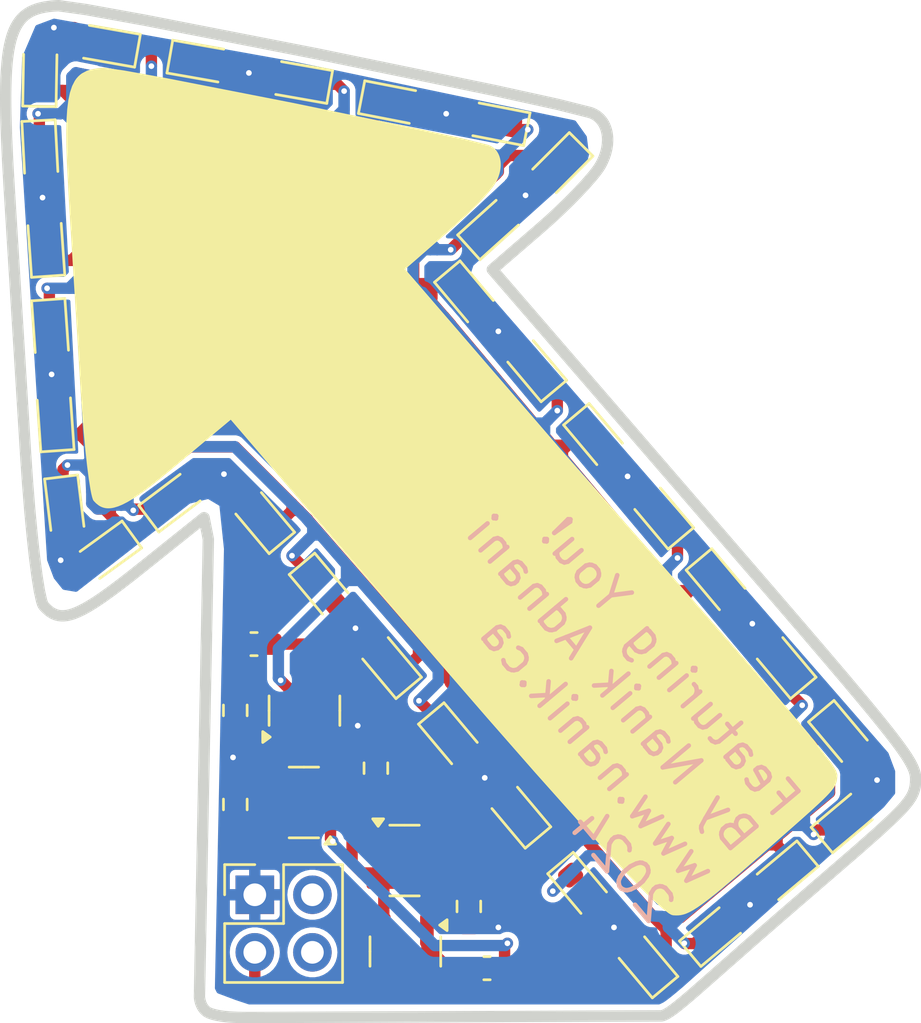
<source format=kicad_pcb>
(kicad_pcb (version 20240108) (generator "pcbnew") (generator_version "8.0")
  (layers (0 "F.Cu" signal) (31 "B.Cu" signal) (34 "B.Paste" user) (35 "F.Paste" user) (36 "B.SilkS" user "B.Silkscreen") (37 "F.SilkS" user "F.Silkscreen") (38 "B.Mask" user) (39 "F.Mask" user) (44 "Edge.Cuts" user))
  (net 0 "")
  (net 1 "Net-(Q1-C)")
  (net 2 "Net-(Q2-B)")
  (net 3 "Net-(Q1-B)")
  (net 4 "Net-(Q2-C)")
  (net 5 "LEDn_out")
  (net 6 "LEDp_out")
  (net 8 "GND")
  (net 9 "+3.3V")
  (footprint "Capacitor_SMD:C_0603_1608Metric" (layer "F.Cu") (at 147.5 117.4)
    (property "Reference" "C2" (hide yes))
    (property "Value" "10u" (hide yes))
  )
  (footprint "Diode_SMD:D_0603_1608Metric" (layer "F.Cu") (at 128.454933 93.085581 94)
    (property "Reference" "D11" (hide yes))
    (property "Value" "LED" (hide yes))
  )
  (footprint "Package_TO_SOT_SMD:SOT-23" (layer "F.Cu") (at 139.425 110.0875 180)
    (property "Reference" "Q1" (hide yes))
    (property "Value" "MMBT3904" (hide yes))
  )
  (footprint "Diode_SMD:D_0603_1608Metric" (layer "F.Cu") (at 139.1 78.263252 170)
    (property "Reference" "D18" (hide yes))
    (property "Value" "LED" (hide yes))
  )
  (footprint "Diode_SMD:D_0603_1608Metric" (layer "F.Cu") (at 155.093805 97.296741 130)
    (property "Reference" "D26" (hide yes))
    (property "Value" "LED" (hide yes))
  )
  (footprint "Diode_SMD:D_0603_1608Metric" (layer "F.Cu") (at 143.093805 103.89674 130)
    (property "Reference" "D5" (hide yes))
    (property "Value" "LED" (hide yes))
  )
  (footprint "Diode_SMD:D_0603_1608Metric" (layer "F.Cu") (at 128.254933 89.385581 -86)
    (property "Reference" "D12" (hide yes))
    (property "Value" "LED" (hide yes))
  )
  (footprint "Diode_SMD:D_0603_1608Metric" (layer "F.Cu") (at 163.403259 110.793805 40)
    (property "Reference" "D30" (hide yes))
    (property "Value" "LED" (hide yes))
  )
  (footprint "Diode_SMD:D_0603_1608Metric" (layer "F.Cu") (at 134.975536 77.436748 -10)
    (property "Reference" "D17" (hide yes))
    (property "Value" "LED" (hide yes))
  )
  (footprint "Resistor_SMD:R_0603_1608Metric" (layer "F.Cu") (at 146.7 114.675 90)
    (property "Reference" "R1" (hide yes))
    (property "Value" "R" (hide yes))
  )
  (footprint "Diode_SMD:D_0603_1608Metric" (layer "F.Cu") (at 150.6 82.1 -135)
    (property "Reference" "D21" (hide yes))
    (property "Value" "LED" (hide yes))
  )
  (footprint "Diode_SMD:D_0603_1608Metric" (layer "F.Cu") (at 130.6371 99.137118 -144)
    (property "Reference" "D9" (hide yes))
    (property "Value" "LED" (hide yes))
  )
  (footprint "Diode_SMD:D_0603_1608Metric" (layer "F.Cu") (at 163.193805 107.196741 -50)
    (property "Reference" "D29" (hide yes))
    (property "Value" "LED" (hide yes))
  )
  (footprint "Package_TO_SOT_SMD:SOT-23" (layer "F.Cu") (at 143.9 116.6625 -90)
    (property "Reference" "Q4" (hide yes))
    (property "Value" "MMBT3904" (hide yes))
  )
  (footprint "Diode_SMD:D_0603_1608Metric" (layer "F.Cu") (at 127.786255 77.88738 89)
    (property "Reference" "D15" (hide yes))
    (property "Value" "LED" (hide yes))
  )
  (footprint "Diode_SMD:D_0603_1608Metric" (layer "F.Cu") (at 157.596741 115.806195 40)
    (property "Reference" "D32" (hide yes))
    (property "Value" "LED" (hide yes))
  )
  (footprint "Diode_SMD:D_0603_1608Metric" (layer "F.Cu") (at 143.426969 79.249738 -11)
    (property "Reference" "D19" (hide yes))
    (property "Value" "LED" (hide yes))
  )
  (footprint "Diode_SMD:D_0603_1608Metric" (layer "F.Cu") (at 133.771076 96.67393 37)
    (property "Reference" "D8" (hide yes))
    (property "Value" "LED" (hide yes))
  )
  (footprint "Diode_SMD:D_0603_1608Metric" (layer "F.Cu") (at 137.5 97.5 130)
    (property "Reference" "D7" (hide yes))
    (property "Value" "LED" (hide yes))
  )
  (footprint "Package_TO_SOT_SMD:SOT-23" (layer "F.Cu") (at 139.45 106.0375 90)
    (property "Reference" "Q3" (hide yes))
    (property "Value" "MMBT3904" (hide yes))
  )
  (footprint "Resistor_SMD:R_0603_1608Metric" (layer "F.Cu") (at 136.4 110.175 -90)
    (property "Reference" "R2" (hide yes))
    (property "Value" "150k" (hide yes))
  )
  (footprint "Diode_SMD:D_0603_1608Metric" (layer "F.Cu") (at 128.045067 85.385581 94)
    (property "Reference" "D13" (hide yes))
    (property "Value" "LED" (hide yes))
  )
  (footprint "Resistor_SMD:R_0603_1608Metric" (layer "F.Cu") (at 142.6 108.575 -90)
    (property "Reference" "R3" (hide yes))
    (property "Value" "150k" (hide yes))
  )
  (footprint "Diode_SMD:D_0603_1608Metric" (layer "F.Cu") (at 147.8 84.6 42)
    (property "Reference" "D22" (hide yes))
    (property "Value" "LED" (hide yes))
  )
  (footprint "Resistor_SMD:R_0603_1608Metric" (layer "F.Cu") (at 136.4 106.025 90)
    (property "Reference" "R4" (hide yes))
    (property "Value" "R" (hide yes))
  )
  (footprint "Diode_SMD:D_0603_1608Metric" (layer "F.Cu") (at 147.8 80.1 169)
    (property "Reference" "D20" (hide yes))
    (property "Value" "LED" (hide yes))
  )
  (footprint "Capacitor_SMD:C_0603_1608Metric" (layer "F.Cu") (at 137.225 103.1 180)
    (property "Reference" "C1" (hide yes))
    (property "Value" "10u" (hide yes))
  )
  (footprint "Diode_SMD:D_0603_1608Metric" (layer "F.Cu") (at 152.393805 94.096741 -50)
    (property "Reference" "D25" (hide yes))
    (property "Value" "LED" (hide yes))
  )
  (footprint "Diode_SMD:D_0603_1608Metric" (layer "F.Cu") (at 130.624463 76.663252 170)
    (property "Reference" "D16" (hide yes))
    (property "Value" "LED" (hide yes))
  )
  (footprint "Diode_SMD:D_0603_1608Metric" (layer "F.Cu") (at 146.7 87.8 -50)
    (property "Reference" "D23" (hide yes))
    (property "Value" "LED" (hide yes))
  )
  (footprint "Diode_SMD:D_0603_1608Metric" (layer "F.Cu") (at 149.493805 90.796741 130)
    (property "Reference" "D24" (hide yes))
    (property "Value" "LED" (hide yes))
  )
  (footprint "Diode_SMD:D_0603_1608Metric" (layer "F.Cu") (at 148.793805 110.49674 130)
    (property "Reference" "D3" (hide yes))
    (property "Value" "LED" (hide yes))
  )
  (footprint "Diode_SMD:D_0603_1608Metric" (layer "F.Cu") (at 128.9 97.2 -83)
    (property "Reference" "D10" (hide yes))
    (property "Value" "LED" (hide yes))
  )
  (footprint "Package_TO_SOT_SMD:SOT-23" (layer "F.Cu") (at 143.8625 112.65)
    (property "Reference" "Q2" (hide yes))
    (property "Value" "MMBT3904" (hide yes))
  )
  (footprint "Diode_SMD:D_0603_1608Metric" (layer "F.Cu") (at 140.293805 100.69674 -50)
    (property "Reference" "D6" (hide yes))
    (property "Value" "LED" (hide yes))
  )
  (footprint "Diode_SMD:D_0603_1608Metric" (layer "F.Cu") (at 160.5 113.3 -140)
    (property "Reference" "D31" (hide yes))
    (property "Value" "LED" (hide yes))
  )
  (footprint "Diode_SMD:D_0603_1608Metric" (layer "F.Cu") (at 127.8 81.48642 -87)
    (property "Reference" "D14" (hide yes))
    (property "Value" "LED" (hide yes))
  )
  (footprint "Connector_PinHeader_2.54mm:PinHeader_2x02_P2.54mm_Vertical" (layer "F.Cu") (at 137.26 114.16)
    (property "Reference" "J1" (hide yes))
    (property "Value" "Conn_02x02_Counter_Clockwise_MountingPin" (hide yes))
  )
  (footprint "Diode_SMD:D_0603_1608Metric" (layer "F.Cu") (at 154.4 117.1 130)
    (property "Reference" "D1" (hide yes))
    (property "Value" "LED" (hide yes))
  )
  (footprint "Diode_SMD:D_0603_1608Metric" (layer "F.Cu") (at 157.8 100.5 -50)
    (property "Reference" "D27" (hide yes))
    (property "Value" "LED" (hide yes))
  )
  (footprint "Diode_SMD:D_0603_1608Metric" (layer "F.Cu") (at 151.693805 113.89674 -50)
    (property "Reference" "D2" (hide yes))
    (property "Value" "LED" (hide yes))
  )
  (footprint "Diode_SMD:D_0603_1608Metric" (layer "F.Cu") (at 145.993805 107.29674 -50)
    (property "Reference" "D4" (hide yes))
    (property "Value" "LED" (hide yes))
  )
  (footprint "Diode_SMD:D_0603_1608Metric" (layer "F.Cu") (at 160.493805 103.896741 130)
    (property "Reference" "D28" (hide yes))
    (property "Value" "LED" (hide yes))
  )
  (gr_poly (pts (xy 131.490045 77.790545) (xy 133.380089 78.132904) (xy 138.896757 79.212236) (xy 144.509894 80.371422) (xy 146.520525 80.813599) (xy 147.556736 81.074905) (xy 147.609835 81.095027) (xy 147.660368 81.118434) (xy 147.708314 81.145007) (xy 147.75365 81.174627) (xy 147.796353 81.207177) (xy 147.836402 81.242536) (xy 147.873773 81.280587) (xy 147.908446 81.32121) (xy 147.940397 81.364287) (xy 147.969605 81.4097) (xy 147.996046 81.457329) (xy 148.019699 81.507055) (xy 148.040541 81.558761) (xy 148.058551 81.612327) (xy 148.073705 81.667635) (xy 148.085982 81.724565) (xy 148.095359 81.783) (xy 148.101814 81.84282) (xy 148.105325 81.903907) (xy 148.105869 81.966142) (xy 148.103424 82.029406) (xy 148.097968 82.093581) (xy 148.089479 82.158548) (xy 148.077933 82.224188) (xy 148.06331 82.290383) (xy 148.045587 82.357013) (xy 148.02474 82.423961) (xy 148.000749 82.491106) (xy 147.973591 82.558332) (xy 147.943243 82.625518) (xy 147.909684 82.692546) (xy 147.87289 82.759298) (xy 147.824664 82.836002) (xy 147.762304 82.92392) (xy 147.686791 83.022027) (xy 147.59911 83.129299) (xy 147.500243 83.24471) (xy 147.391173 83.367236) (xy 147.272884 83.495852) (xy 147.146357 83.629533) (xy 146.872526 83.907989) (xy 146.577543 84.194406) (xy 146.269273 84.480584) (xy 146.112613 84.621022) (xy 145.955579 84.758325) (xy 143.891054 86.558872) (xy 150.651556 94.392788) (xy 159.277232 104.234675) (xy 160.80961 106.006332) (xy 161.972924 107.403523) (xy 162.707453 108.37678) (xy 162.89526 108.688974) (xy 162.953474 108.876632) (xy 162.94459 108.988789) (xy 162.939134 109.04058) (xy 162.932179 109.090396) (xy 162.923107 109.138897) (xy 162.9113 109.186746) (xy 162.89614 109.234605) (xy 162.877011 109.283134) (xy 162.853293 109.332996) (xy 162.82437 109.384852) (xy 162.789623 109.439364) (xy 162.748436 109.497193) (xy 162.70019 109.559002) (xy 162.644267 109.625452) (xy 162.580051 109.697204) (xy 162.506922 109.774921) (xy 162.424265 109.859263) (xy 162.33146 109.950893) (xy 162.22789 110.050473) (xy 162.112937 110.158663) (xy 161.846414 110.403523) (xy 161.526948 110.690768) (xy 161.149598 111.025689) (xy 160.709423 111.413581) (xy 159.620828 112.369449) (xy 158.617844 113.242876) (xy 157.833023 113.907593) (xy 157.511229 114.170346) (xy 157.230543 114.391314) (xy 156.986488 114.573962) (xy 156.774586 114.721754) (xy 156.590359 114.838153) (xy 156.42933 114.926624) (xy 156.287021 114.990632) (xy 156.158955 115.033639) (xy 156.040654 115.059111) (xy 155.927642 115.070512) (xy 155.815439 115.071306) (xy 155.699569 115.064956) (xy 155.623266 115.041742) (xy 155.518191 114.981821) (xy 155.224833 114.755748) (xy 154.8257 114.394526) (xy 154.326999 113.905944) (xy 153.734936 113.297791) (xy 153.055717 112.577854) (xy 151.460635 110.833785) (xy 149.5914 108.736045) (xy 147.497662 106.346943) (xy 145.229067 103.728787) (xy 142.835266 100.943884) (xy 136.2 93.2) (xy 133.410874 95.534208) (xy 133.051711 95.830224) (xy 132.720932 96.093022) (xy 132.416895 96.323481) (xy 132.13796 96.522481) (xy 131.882483 96.690901) (xy 131.648824 96.829621) (xy 131.435341 96.939519) (xy 131.240391 97.021475) (xy 131.062333 97.076369) (xy 130.979126 97.093942) (xy 130.899526 97.105079) (xy 130.823328 97.10989) (xy 130.750327 97.108485) (xy 130.680317 97.100974) (xy 130.613095 97.087467) (xy 130.548453 97.068073) (xy 130.486187 97.042903) (xy 130.426093 97.012066) (xy 130.367964 96.975673) (xy 130.256781 96.886657) (xy 130.150999 96.776733) (xy 130.135697 96.753583) (xy 130.119869 96.719164) (xy 130.08678 96.617744) (xy 130.052023 96.474938) (xy 130.01589 96.293207) (xy 129.940667 95.822826) (xy 129.863446 95.226304) (xy 129.786565 94.523344) (xy 129.712359 93.73365) (xy 129.643166 92.876925) (xy 129.581323 91.972873) (xy 129.0614 83.543351) (xy 128.973514 81.862085) (xy 128.951196 81.155653) (xy 128.945079 80.531974) (xy 128.956501 79.986009) (xy 128.986803 79.512722) (xy 129.037321 79.107076) (xy 129.109396 78.764034) (xy 129.204365 78.478558) (xy 129.323568 78.245612) (xy 129.392675 78.147264) (xy 129.468343 78.060159) (xy 129.550738 77.983668) (xy 129.640028 77.917161) (xy 129.839964 77.811581) (xy 130.069487 77.738383) (xy 130.329938 77.69253) (xy 130.622655 77.668984)) (stroke (width -0.000001)) (fill solid) (layer "F.SilkS"))
  (gr_poly (pts (xy 129.8 75.1) (xy 132.418594 75.574303) (xy 140.061757 77.069607) (xy 147.838574 78.675545) (xy 150.624237 79.288141) (xy 152.059872 79.650162) (xy 152.133438 79.67804) (xy 152.203448 79.71047) (xy 152.269871 79.747286) (xy 152.332676 79.788325) (xy 152.391833 79.833422) (xy 152.44731 79.882412) (xy 152.499078 79.935131) (xy 152.547105 79.991415) (xy 152.59136 80.051098) (xy 152.631813 80.114017) (xy 152.668434 80.180007) (xy 152.70119 80.248903) (xy 152.730052 80.320541) (xy 152.754989 80.394757) (xy 152.77597 80.471386) (xy 152.792964 80.550263) (xy 152.80594 80.631224) (xy 152.814868 80.714105) (xy 152.819718 80.798741) (xy 152.820457 80.884967) (xy 152.809483 81.061533) (xy 152.781702 81.242487) (xy 152.736865 81.426514) (xy 152.674729 81.612297) (xy 152.595046 81.798521) (xy 152.548548 81.891387) (xy 152.497571 81.983869) (xy 152.430758 82.090143) (xy 152.344366 82.211959) (xy 152.239756 82.347897) (xy 152.11829 82.496536) (xy 151.830233 82.826233) (xy 151.491086 83.189686) (xy 151.111738 83.575526) (xy 150.703082 83.972389) (xy 150.276006 84.368908) (xy 149.841403 84.753717) (xy 147.733521 86.572727) (xy 157.099873 97.426326) (xy 160.107912 100.915274) (xy 161.333865 102.342039) (xy 162.390909 103.57789) (xy 163.291399 104.638497) (xy 164.047685 105.539528) (xy 164.375613 105.9351) (xy 164.672122 106.296653) (xy 164.938756 106.626148) (xy 165.17706 106.925542) (xy 165.388578 107.196794) (xy 165.574854 107.441863) (xy 165.737432 107.662707) (xy 165.877856 107.861285) (xy 165.99767 108.039556) (xy 166.098418 108.199479) (xy 166.181644 108.343012) (xy 166.248893 108.472113) (xy 166.301708 108.588742) (xy 166.341634 108.694856) (xy 166.370214 108.792416) (xy 166.388992 108.883379) (xy 166.399514 108.969704) (xy 166.403322 109.053349) (xy 166.401961 109.136274) (xy 166.396975 109.220437) (xy 166.378969 109.38046) (xy 166.345269 109.534602) (xy 166.289916 109.689401) (xy 166.20695 109.851394) (xy 166.090411 110.027119) (xy 165.934338 110.223112) (xy 165.732772 110.445911) (xy 165.479752 110.702053) (xy 164.795513 111.340515) (xy 163.83394 112.190796) (xy 160.888072 114.736005) (xy 159.510294 115.93253) (xy 158.373725 116.930406) (xy 156.722852 118.384356) (xy 156.421297 118.644839) (xy 156.157872 118.867505) (xy 155.929409 119.054045) (xy 155.732743 119.206151) (xy 155.564705 119.325517) (xy 155.422127 119.413833) (xy 155.359397 119.446877) (xy 155.301844 119.472792) (xy 155.249072 119.491792) (xy 155.200686 119.504087) (xy 137.298446 119.57409) (xy 136.755341 119.573912) (xy 136.490407 119.568698) (xy 136.232368 119.557016) (xy 136.106516 119.548033) (xy 135.983085 119.536575) (xy 135.862309 119.522354) (xy 135.74442 119.505085) (xy 135.629651 119.484481) (xy 135.518234 119.460257) (xy 135.410403 119.432125) (xy 135.306389 119.3998) (xy 135.263901 119.383768) (xy 135.22395 119.365418) (xy 135.186457 119.344937) (xy 135.151345 119.322509) (xy 135.118536 119.298321) (xy 135.087952 119.272557) (xy 135.059515 119.245402) (xy 135.033147 119.217043) (xy 135.008771 119.187664) (xy 134.986308 119.15745) (xy 134.965681 119.126588) (xy 134.946811 119.095262) (xy 134.929621 119.063658) (xy 134.914034 119.03196) (xy 134.89997 119.000355) (xy 134.887352 118.969027) (xy 134.866143 118.907946) (xy 134.849784 118.850198) (xy 134.837651 118.797268) (xy 134.829122 118.750637) (xy 134.82038 118.682202) (xy 134.818574 118.656755) (xy 135.211518 98.474921) (xy 135.023507 97.52208) (xy 132.321863 99.684222) (xy 131.817599 100.084292) (xy 131.357632 100.440911) (xy 130.939062 100.755032) (xy 130.558985 101.02761) (xy 130.382476 101.148617) (xy 130.214502 101.259595) (xy 130.054702 101.360664) (xy 129.902711 101.451942) (xy 129.758168 101.533548) (xy 129.620711 101.605602) (xy 129.489975 101.668223) (xy 129.365599 101.72153) (xy 129.24722 101.765641) (xy 129.134475 101.800677) (xy 129.027002 101.826756) (xy 128.924438 101.843997) (xy 128.82642 101.852519) (xy 128.732586 101.852442) (xy 128.642573 101.843885) (xy 128.556017 101.826966) (xy 128.472558 101.801805) (xy 128.391831 101.768521) (xy 128.313475 101.727232) (xy 128.237126 101.678059) (xy 128.162422 101.621121) (xy 128.089 101.556535) (xy 128.016498 101.484422) (xy 127.944553 101.404901) (xy 127.901425 101.325136) (xy 127.855586 101.184612) (xy 127.75739 100.734938) (xy 127.653198 100.083186) (xy 127.546242 99.256662) (xy 127.439756 98.282673) (xy 127.336974 97.188525) (xy 127.241129 96.001525) (xy 127.155454 94.748979) (xy 126.435085 83.070108) (xy 126.364837 81.841139) (xy 126.313327 80.740782) (xy 126.282412 79.762057) (xy 126.275256 79.316125) (xy 126.273944 78.897984) (xy 126.278707 78.506762) (xy 126.289778 78.141586) (xy 126.307388 77.801583) (xy 126.331769 77.485881) (xy 126.363152 77.193608) (xy 126.40177 76.923892) (xy 126.447855 76.675859) (xy 126.501638 76.448638) (xy 126.56335 76.241356) (xy 126.633225 76.053141) (xy 126.711493 75.88312) (xy 126.798386 75.730421) (xy 126.894136 75.594172) (xy 126.998976 75.473499) (xy 127.113136 75.367532) (xy 127.236849 75.275396) (xy 127.370346 75.196221) (xy 127.513859 75.129133) (xy 127.667621 75.07326) (xy 127.831862 75.02773) (xy 128.006814 74.99167) (xy 128.19271 74.964208) (xy 128.389781 74.944472) (xy 128.598259 74.931588)) (stroke (width 0.499999)) (fill none) (layer "Edge.Cuts"))
  (gr_text "Featuring You!\nBy Nanik Adnani\nwww.nanik.ca\n2024" (at 154.7 115.7 310) (layer "B.SilkS") (effects (font (size 1.5 1.5) (thickness 0.2)) (justify left bottom mirror)))
  (segment (start 136.4 105.2) (end 136.4 103.15) (width 0.5) (layer "F.Cu") (net 1))
  (segment (start 136.4 103.15) (end 136.45 103.1) (width 0.5) (layer "F.Cu") (net 1))
  (segment (start 138.5 106.975) (end 138.5 110.075) (width 0.5) (layer "F.Cu") (net 1))
  (segment (start 136.4 105.2) (end 137.4 105.2) (width 0.5) (layer "F.Cu") (net 1))
  (segment (start 138.2 106) (end 138.2 106.675) (width 0.5) (layer "F.Cu") (net 1))
  (segment (start 138.2 106.675) (end 138.5 106.975) (width 0.5) (layer "F.Cu") (net 1))
  (segment (start 137.4 105.2) (end 138.2 106) (width 0.5) (layer "F.Cu") (net 1))
  (segment (start 138.5 110.075) (end 138.4875 110.0875) (width 0.5) (layer "F.Cu") (net 1))
  (segment (start 142.925 109.725) (end 142.6 109.4) (width 0.5) (layer "F.Cu") (net 2))
  (segment (start 142.925 111.7) (end 142.925 109.725) (width 0.5) (layer "F.Cu") (net 2))
  (segment (start 143.525 108.475) (end 143.525 106.825) (width 0.5) (layer "F.Cu") (net 2))
  (segment (start 139.8 103.1) (end 138 103.1) (width 0.5) (layer "F.Cu") (net 2))
  (segment (start 143.525 106.825) (end 139.8 103.1) (width 0.5) (layer "F.Cu") (net 2))
  (segment (start 142.6 109.4) (end 143.525 108.475) (width 0.5) (layer "F.Cu") (net 2))
  (segment (start 140.325 111) (end 140.3625 111.0375) (width 0.5) (layer "F.Cu") (net 3))
  (segment (start 148.274996 117.399999) (end 148.274996 116.425004) (width 0.5) (layer "F.Cu") (net 3))
  (segment (start 140.6 111.275) (end 140.6 111.7) (width 0.5) (layer "F.Cu") (net 3))
  (segment (start 136.4 111) (end 140.325 111) (width 0.5) (layer "F.Cu") (net 3))
  (segment (start 140.6 111.7) (end 140.7 111.8) (width 0.5) (layer "F.Cu") (net 3))
  (segment (start 148.274996 116.425004) (end 148.4 116.3) (width 0.5) (layer "F.Cu") (net 3))
  (segment (start 140.3625 111.0375) (end 140.6 111.275) (width 0.5) (layer "F.Cu") (net 3))
  (via (at 148.4 116.3) (size 0.35) (drill 0.25) (layers "F.Cu" "B.Cu") (net 3))
  (via (at 140.7 111.8) (size 0.35) (drill 0.25) (layers "F.Cu" "B.Cu") (net 3))
  (segment (start 140.7 111.8) (end 140.7 111.9) (width 0.5) (layer "B.Cu") (net 3))
  (segment (start 145.2 116.4) (end 148.3 116.4) (width 0.5) (layer "B.Cu") (net 3))
  (segment (start 148.3 116.4) (end 148.4 116.3) (width 0.5) (layer "B.Cu") (net 3))
  (segment (start 140.7 111.9) (end 145.2 116.4) (width 0.5) (layer "B.Cu") (net 3))
  (segment (start 146.25 113.4) (end 146.325 113.475) (width 0.5) (layer "F.Cu") (net 4))
  (segment (start 145.55 113.75) (end 146.075 113.225) (width 0.5) (layer "F.Cu") (net 4))
  (segment (start 145.55 113.75) (end 145.75 113.55) (width 0.5) (layer "F.Cu") (net 4))
  (segment (start 145.75 113.55) (end 145.9 113.4) (width 0.5) (layer "F.Cu") (net 4))
  (segment (start 145.75 112.9) (end 145.725 112.875) (width 0.5) (layer "F.Cu") (net 4))
  (segment (start 146.075 113.225) (end 146.325 113.475) (width 0.5) (layer "F.Cu") (net 4))
  (segment (start 144.85 116.45) (end 144.85 115.725) (width 0.5) (layer "F.Cu") (net 4))
  (segment (start 144.85 115.725) (end 144.85 114.45) (width 0.5) (layer "F.Cu") (net 4))
  (segment (start 144.85 114.45) (end 145.55 113.75) (width 0.5) (layer "F.Cu") (net 4))
  (segment (start 145.9 113.4) (end 146.25 113.4) (width 0.5) (layer "F.Cu") (net 4))
  (segment (start 146.725004 117.400001) (end 145.800001 117.400001) (width 0.5) (layer "F.Cu") (net 4))
  (segment (start 145.5 112.65) (end 145.725 112.875) (width 0.5) (layer "F.Cu") (net 4))
  (segment (start 145.800001 117.400001) (end 144.85 116.45) (width 0.5) (layer "F.Cu") (net 4))
  (segment (start 144.8 112.65) (end 145.5 112.65) (width 0.5) (layer "F.Cu") (net 4))
  (segment (start 145.725 112.875) (end 146.075 113.225) (width 0.5) (layer "F.Cu") (net 4))
  (segment (start 146.325 113.475) (end 146.7 113.85) (width 0.5) (layer "F.Cu") (net 4))
  (segment (start 145.75 113.55) (end 145.75 112.9) (width 0.5) (layer "F.Cu") (net 4))
  (segment (start 148.456849 81.543151) (end 148 82) (width 0.5) (layer "F.Cu") (net 5))
  (segment (start 156.645273 100.545273) (end 156.447178 100.743368) (width 0.5) (layer "F.Cu") (net 5))
  (segment (start 150.1 81) (end 149.556849 81.543151) (width 0.5) (layer "F.Cu") (net 5))
  (segment (start 160.266783 111.957329) (end 159.857329 111.957329) (width 0.5) (layer "F.Cu") (net 5))
  (segment (start 150.168166 110.231834) (end 150.568166 110.231834) (width 0.5) (layer "F.Cu") (net 5))
  (segment (start 161.103259 112.793805) (end 160.266783 111.957329) (width 0.5) (layer "F.Cu") (net 5))
  (segment (start 155.697807 115.162781) (end 155.4 115.141956) (width 0.5) (layer "F.Cu") (net 5))
  (segment (start 156.258513 101.341487) (end 161.322951 107.377049) (width 0.5) (layer "F.Cu") (net 5))
  (segment (start 129.222239 86.122239) (end 129.298162 86.122239) (width 0.5) (layer "F.Cu") (net 5))
  (segment (start 156.447178 100.743368) (end 155.756632 100.743368) (width 0.5) (layer "F.Cu") (net 5))
  (segment (start 155.4 115.8) (end 155.4 115.7) (width 0.5) (layer "F.Cu") (net 5))
  (segment (start 161.824833 107.456259) (end 161.824833 107.975167) (width 0.5) (layer "F.Cu") (net 5))
  (segment (start 131.2742 97.792943) (end 130.890628 97.409372) (width 0.5) (layer "F.Cu") (net 5))
  (segment (start 144.476187 103.223813) (end 139.583955 97.595943) (width 0.5) (layer "F.Cu") (net 5))
  (segment (start 138.006195 98.10326) (end 138.909455 97.2) (width 0.5) (layer "F.Cu") (net 5))
  (segment (start 130.1 96.9) (end 130.1 96.4) (width 0.5) (layer "F.Cu") (net 5))
  (segment (start 147.8 81.5) (end 148 81.7) (width 0.5) (layer "F.Cu") (net 5))
  (segment (start 129.471615 93.871162) (end 129.561106 93.871162) (width 0.5) (layer "F.Cu") (net 5))
  (segment (start 162.68761 106.593482) (end 162.140546 107.140546) (width 0.5) (layer "F.Cu") (net 5))
  (segment (start 150.372815 94.327185) (end 150.829071 94.870929) (width 0.5) (layer "F.Cu") (net 5))
  (segment (start 155.4 115.8) (end 155.4 115.141956) (width 0.5) (layer "F.Cu") (net 5))
  (segment (start 162.605336 108.905336) (end 162.605336 109.651478) (width 0.5) (layer "F.Cu") (net 5))
  (segment (start 134.4 94.4) (end 131.040684 96.840684) (width 0.5) (layer "F.Cu") (net 5))
  (segment (start 155.4 115.141956) (end 154.8 115.1) (width 0.5) (layer "F.Cu") (net 5))
  (segment (start 143.9 117.6) (end 144.9 118.6) (width 0.5) (layer "F.Cu") (net 5))
  (segment (start 147.8 81.5) (end 142.4 80.450346) (width 0.5) (layer "F.Cu") (net 5))
  (segment (start 156.645273 100.545273) (end 156.167262 101.023284) (width 0.5) (layer "F.Cu") (net 5))
  (segment (start 144.335073 87.196741) (end 144.265907 87.265907) (width 0.5) (layer "F.Cu") (net 5))
  (segment (start 142.653938 79.718656) (end 142.436297 79.936297) (width 0.5) (layer "F.Cu") (net 5))
  (segment (start 133.8 78.778673) (end 130.144496 78.068114) (width 0.5) (layer "F.Cu") (net 5))
  (segment (start 150.2 116.7) (end 149.3 115.8) (width 0.5) (layer "F.Cu") (net 5))
  (segment (start 161.103259 112.793805) (end 160.292325 111.982871) (width 0.5) (layer "F.Cu") (net 5))
  (segment (start 129 93.871162) (end 129.471615 93.871162) (width 0.5) (layer "F.Cu") (net 5))
  (segment (start 146.193805 87.196741) (end 145.070962 87.196741) (width 0.5) (layer "F.Cu") (net 5))
  (segment (start 129.044917 78.67476) (end 129.219677 78.5) (width 0.5) (layer "F.Cu") (net 5))
  (segment (start 130.1 96.4) (end 129.989944 94.3) (width 0.5) (layer "F.Cu") (net 5))
  (segment (start 161.824833 107.975167) (end 162.605336 108.905336) (width 0.5) (layer "F.Cu") (net 5))
  (segment (start 129.617103 77.94501) (end 130.182896 78.054989) (width 0.5) (layer "F.Cu") (net 5))
  (segment (start 128.1 86.171162) (end 129.173316 86.171162) (width 0.5) (layer "F.Cu") (net 5))
  (segment (start 138.006195 98.10326) (end 138.9 97.209455) (width 0.5) (layer "F.Cu") (net 5))
  (segment (start 129.219677 78.080323) (end 129.4 77.9) (width 0.5) (layer "F.Cu") (net 5))
  (segment (start 129.298162 86.122239) (end 129.575923 86.4) (width 0.5) (layer "F.Cu") (net 5))
  (segment (start 161.322951 107.377049) (end 161.687956 107.812044) (width 0.5) (layer "F.Cu") (net 5))
  (segment (start 142 80.372594) (end 136.903939 79.382019) (width 0.5) (layer "F.Cu") (net 5))
  (segment (start 136.4 94.4) (end 134.4 94.4) (width 0.5) (layer "F.Cu") (net 5))
  (segment (start 150.829071 94.552021) (end 150.829071 94.870929) (width 0.5) (layer "F.Cu") (net 5))
  (segment (start 130.890628 97.409372) (end 130.890628 96.99074) (width 0.5) (layer "F.Cu") (net 5))
  (segment (start 134.2 78.378673) (end 134.2 78.775863) (width 0.5) (layer "F.Cu") (net 5))
  (segment (start 151.219217 111.080783) (end 151.219217 110.980783) (width 0.5) (layer "F.Cu") (net 5))
  (segment (start 151.340546 94.040546) (end 151.053907 94.327185) (width 0.5) (layer "F.Cu") (net 5))
  (segment (start 127.77251 78.67476) (end 129.044917 78.67476) (width 0.5) (layer "F.Cu") (net 5))
  (segment (start 156.167262 101.232738) (end 156.258513 101.341487) (width 0.5) (layer "F.Cu") (net 5))
  (segment (start 136.903939 79.382019) (end 134.3 78.875863) (width 0.5) (layer "F.Cu") (net 5))
  (segment (start 150.829071 94.870929) (end 155.756632 100.743368) (width 0.5) (layer "F.Cu") (net 5))
  (segment (start 144.476187 103.623813) (end 144.476187 103.223813) (width 0.5) (layer "F.Cu") (net 5))
  (segment (start 142.4 80.450346) (end 142 80.372594) (width 0.5) (layer "F.Cu") (net 5))
  (segment (start 161.904043 107.377049) (end 161.322951 107.377049) (width 0.5) (layer "F.Cu") (net 5))
  (segment (start 144.58727 87.58727) (end 144.265907 87.265907) (width 0.5) (layer "F.Cu") (net 5))
  (segment (start 139.2 97.2) (end 138.9 96.9) (width 0.5) (layer "F.Cu") (net 5))
  (segment (start 161.687956 107.593136) (end 161.687956 107.812044) (width 0.5) (layer "F.Cu") (net 5))
  (segment (start 130.890628 96.99074) (end 131.040684 96.840684) (width 0.5) (layer "F.Cu") (net 5))
  (segment (start 138.9 96.9) (end 136.4 94.4) (width 0.5) (layer "F.Cu") (net 5))
  (segment (start 151.156844 81.543151) (end 150.613693 81) (width 0.5) (layer "F.Cu") (net 5))
  (segment (start 148 82) (end 148 82.263645) (width 0.5) (layer "F.Cu") (net 5))
  (segment (start 151.053907 94.327185) (end 150.372815 94.327185) (width 0.5) (layer "F.Cu") (net 5))
  (segment (start 149.3 113) (end 150.784254 111.515746) (width 0.5) (layer "F.Cu") (net 5))
  (segment (start 156.167262 101.023284) (end 156.167262 101.232738) (width 0.5) (layer "F.Cu") (net 5))
  (segment (start 134.2 78.378673) (end 133.8 78.778673) (width 0.5) (layer "F.Cu") (net 5))
  (segment (start 144.265907 87.265907) (end 144.265907 85.761384) (width 0.5) (layer "F.Cu") (net 5))
  (segment (start 129.989944 94.3) (end 129.958499 93.7) (width 0.5) (layer "F.Cu") (net 5))
  (segment (start 156.258513 100.932033) (end 156.258513 101.341487) (width 0.5) (layer "F.Cu") (net 5))
  (segment (start 130.343137 97.143137) (end 130.1 96.9) (width 0.5) (layer "F.Cu") (net 5))
  (segment (start 129.219677 78.5) (end 129.219677 78.080323) (width 0.5) (layer "F.Cu") (net 5))
  (segment (start 144.265907 85.761384) (end 147.921185 82.352782) (width 0.5) (layer "F.Cu") (net 5))
  (segment (start 145.070962 87.196741) (end 145.070962 87.829038) (width 0.5) (layer "F.Cu") (net 5))
  (segment (start 151.88761 93.493482) (end 151.340546 94.040546) (width 0.5) (layer "F.Cu") (net 5))
  (segment (start 127.77251 78.67476) (end 128.794437 78.67476) (width 0.5) (layer "F.Cu") (net 5))
  (segment (start 144.974474 87.925526) (end 144.680433 87.58727) (width 0.5) (layer "F.Cu") (net 5))
  (segment (start 134.3 78.875863) (end 133.8 78.778673) (width 0.5) (layer "F.Cu") (net 5))
  (segment (start 130.890628 97.409372) (end 130.624394 97.143137) (width 0.5) (layer "F.Cu") (net 5))
  (segment (start 143.6 104.5) (end 144.448216 103.651784) (width 0.5) (layer "F.Cu") (net 5))
  (segment (start 142.436297 80.414049) (end 142.4 80.450346) (width 0.5) (layer "F.Cu") (net 5))
  (segment (start 145.070962 87.829038) (end 144.974474 87.925526) (width 0.5) (layer "F.Cu") (net 5))
  (segment (start 142.653938 79.099476) (end 142.653938 79.718656) (width 0.5) (layer "F.Cu") (net 5))
  (segment (start 142.436297 79.936297) (end 142.436297 80.414049) (width 0.5) (layer "F.Cu") (net 5))
  (segment (start 157.293805 99.896741) (end 156.645273 100.545273) (width 0.5) (layer "F.Cu") (net 5))
  (segment (start 129.219677 79.1) (end 129.219677 78.5) (width 0.5) (layer "F.Cu") (net 5))
  (segment (start 154.8 115.1) (end 151.684254 111.515746) (width 0.5) (layer "F.Cu") (net 5))
  (segment (start 144.680433 87.58727) (end 144.58727 87.58727) (width 0.5) (layer "F.Cu") (net 5))
  (segment (start 129.471615 93.871162) (end 129.942777 93.4) (width 0.5) (layer "F.Cu") (net 5))
  (segment (start 129.173316 86.171162) (end 129.222239 86.122239) (width 0.5) (layer "F.Cu") (net 5))
  (segment (start 145.070962 87.196741) (end 144.335073 87.196741) (width 0.5) (layer "F.Cu") (net 5))
  (segment (start 155.756632 100.743368) (end 156.167262 101.232738) (width 0.5) (layer "F.Cu") (net 5))
  (segment (start 129.561106 93.871162) (end 129.989944 94.3) (width 0.5) (layer "F.Cu") (net 5))
  (segment (start 129 93.871162) (end 129.787337 93.871162) (width 0.5) (layer "F.Cu") (net 5))
  (segment (start 162.140546 107.140546) (end 161.904043 107.377049) (width 0.5) (layer "F.Cu") (net 5))
  (segment (start 155.4 115.7) (end 154.8 115.1) (width 0.5) (layer "F.Cu") (net 5))
  (segment (start 138.9 97.209455) (end 138.9 96.9) (width 0.5) (layer "F.Cu") (net 5))
  (segment (start 129.219677 79.602425) (end 129.219677 79.1) (width 0.5) (layer "F.Cu") (net 5))
  (segment (start 131.2742 98.674236) (end 131.2742 97.792943) (width 0.5) (layer "F.Cu") (net 5))
  (segment (start 155.4 115.460588) (end 155.697807 115.162781) (width 0.5) (layer "F.Cu") (net 5))
  (segment (start 154.906195 117.70326) (end 155.4 117.209455) (width 0.5) (layer "F.Cu") (net 5))
  (segment (start 143.6 104.5) (end 144.476187 103.623813) (width 0.5) (layer "F.Cu") (net 5))
  (segment (start 148 81.7) (end 148 82) (width 0.5) (layer "F.Cu") (net 5))
  (segment (start 162.140546 107.140546) (end 161.824833 107.456259) (width 0.5) (layer "F.Cu") (net 5))
  (segment (start 139.583955 97.595943) (end 139.583955 97.583955) (width 0.5) (layer "F.Cu") (net 5))
  (segment (start 145.919566 89.01273) (end 144.974474 87.925526) (width 0.5) (layer "F.Cu") (net 5))
  (segment (start 134.2 77.3) (end 134.2 78.378673) (width 0.5) (layer "F.Cu") (net 5))
  (segment (start 159.857329 111.957329) (end 156.037219 115.162781) (width 0.5) (layer "F.Cu") (net 5))
  (segment (start 131.040684 96.840684) (end 130.624394 97.143137) (width 0.5) (layer "F.Cu") (net 5))
  (segment (start 150.784254 111.515746) (end 151.219217 111.080783) (width 0.5) (layer "F.Cu") (net 5))
  (segment (start 156.037219 115.162781) (end 155.697807 115.162781) (width 0.5) (layer "F.Cu") (net 5))
  (segment (start 161.687956 107.812044) (end 161.824833 107.975167) (width 0.5) (layer "F.Cu") (net 5))
  (segment (start 129.958499 93.7) (end 129.942777 93.4) (width 0.5) (layer "F.Cu") (net 5))
  (segment (start 128.509866 93.871162) (end 129 93.871162) (width 0.5) (layer "F.Cu") (net 5))
  (segment (start 144.9 118.6) (end 149.7 118.6) (width 0.5) (layer "F.Cu") (net 5))
  (segment (start 149.3 115.8) (end 149.3 113) (width 0.5) (layer "F.Cu") (net 5))
  (segment (start 150.784254 111.515746) (end 150.784254 110.447922) (width 0.5) (layer "F.Cu") (net 5))
  (segment (start 151.340546 94.040546) (end 150.829071 94.552021) (width 0.5) (layer "F.Cu") (net 5))
  (segment (start 129.575923 86.4) (end 129.544478 85.8) (width 0.5) (layer "F.Cu") (net 5))
  (segment (start 145.601457 88.640902) (end 150.372815 94.327185) (width 0.5) (layer "F.Cu") (net 5))
  (segment (start 162.605336 109.651478) (end 160.292325 111.592325) (width 0.5) (layer "F.Cu") (net 5))
  (segment (start 134.2 78.775863) (end 134.3 78.875863) (width 0.5) (layer "F.Cu") (net 5))
  (segment (start 128.794437 78.67476) (end 129.219677 79.1) (width 0.5) (layer "F.Cu") (net 5))
  (segment (start 155.4 117.209455) (end 155.4 115.8) (width 0.5) (layer "F.Cu") (net 5))
  (segment (start 150.784254 110.447922) (end 150.568166 110.231834) (width 0.5) (layer "F.Cu") (net 5))
  (segment (start 149.556849 81.543151) (end 148.456849 81.543151) (width 0.5) (layer "F.Cu") (net 5))
  (segment (start 150.2 118.1) (end 150.2 116.7) (width 0.5) (layer "F.Cu") (net 5))
  (segment (start 160.292325 111.592325) (end 159.857329 111.957329) (width 0.5) (layer "F.Cu") (net 5))
  (segment (start 138.909455 97.2) (end 139.2 97.2) (width 0.5) (layer "F.Cu") (net 5))
  (segment (start 129.787337 93.871162) (end 129.958499 93.7) (width 0.5) (layer "F.Cu") (net 5))
  (segment (start 129.173316 86.171162) (end 129.544478 85.8) (width 0.5) (layer "F.Cu") (net 5))
  (segment (start 150.784254 110.447922) (end 145.881484 104.807929) (width 0.5) (layer "F.Cu") (net 5))
  (segment (start 156.645273 100.545273) (end 156.258513 100.932033) (width 0.5) (layer "F.Cu") (net 5))
  (segment (start 142.653938 79.718656) (end 142 80.372594) (width 0.5) (layer "F.Cu") (net 5))
  (segment (start 162.68761 106.593482) (end 161.687956 107.593136) (width 0.5) (layer "F.Cu") (net 5))
  (segment (start 150.613693 81) (end 150.1 81) (width 0.5) (layer "F.Cu") (net 5))
  (segment (start 129.942777 93.4) (end 129.575923 86.4) (width 0.5) (layer "F.Cu") (net 5))
  (segment (start 151.219217 110.980783) (end 150.568166 110.231834) (width 0.5) (layer "F.Cu") (net 5))
  (segment (start 129.4 77.9) (end 129.632553 77.94943) (width 0.5) (layer "F.Cu") (net 5))
  (segment (start 130.624394 97.143137) (end 130.343137 97.143137) (width 0.5) (layer "F.Cu") (net 5))
  (segment (start 155.4 115.8) (end 155.4 115.460588) (width 0.5) (layer "F.Cu") (net 5))
  (segment (start 160.292325 111.982871) (end 160.292325 111.592325) (width 0.5) (layer "F.Cu") (net 5))
  (segment (start 139.583955 97.583955) (end 139.2 97.2) (width 0.5) (layer "F.Cu") (net 5))
  (segment (start 145.070962 87.196741) (end 144.680433 87.58727) (width 0.5) (layer "F.Cu") (net 5))
  (segment (start 145.864911 104.738459) (end 144.535088 103.26154) (width 0.5) (layer "F.Cu") (net 5))
  (segment (start 149.7 118.6) (end 150.2 118.1) (width 0.5) (layer "F.Cu") (net 5))
  (segment (start 151.684254 111.515746) (end 151.219217 110.980783) (width 0.5) (layer "F.Cu") (net 5))
  (segment (start 129.544478 85.8) (end 129.219677 79.602425) (width 0.5) (layer "F.Cu") (net 5))
  (segment (start 150.784254 111.515746) (end 151.684254 111.515746) (width 0.5) (layer "F.Cu") (net 5))
  (segment (start 149.3 111.1) (end 150.168166 110.231834) (width 0.5) (layer "F.Cu") (net 5))
  (segment (start 128.2 87.5) (end 128.1 87.4) (width 0.5) (layer "F.Cu") (net 6))
  (segment (start 161 105.4) (end 161.4 105.8) (width 0.5) (layer "F.Cu") (net 6))
  (segment (start 150 91.4) (end 150 91.6) (width 0.5) (layer "F.Cu") (net 6))
  (segment (start 132.4 76.8) (end 132.7 77.1) (width 0.5) (layer "F.Cu") (net 6))
  (segment (start 139.45 105.1) (end 138.8 105.1) (width 0.5) (layer "F.Cu") (net 6))
  (segment (start 155.6 97.9) (end 155.6 98.1) (width 0.5) (layer "F.Cu") (net 6))
  (segment (start 151.18761 113.29348) (end 151.10652 113.29348) (width 0.5) (layer "F.Cu") (net 6))
  (segment (start 128.804028 95.395972) (end 129 95.2) (width 0.5) (layer "F.Cu") (net 6))
  (segment (start 148.722769 80.4) (end 148.573031 80.250262) (width 0.5) (layer "F.Cu") (net 6))
  (segment (start 127.758786 80.7) (end 127.758786 79.758786) (width 0.5) (layer "F.Cu") (net 6))
  (segment (start 128.804028 96.41837) (end 128.804028 95.395972) (width 0.5) (layer "F.Cu") (net 6))
  (segment (start 148.573031 80.250262) (end 148.449738 80.250262) (width 0.5) (layer "F.Cu") (net 6))
  (segment (start 155.9 98.2) (end 155.6 97.9) (width 0.5) (layer "F.Cu") (net 6))
  (segment (start 139.78761 100.08761) (end 138.9 99.2) (width 0.5) (layer "F.Cu") (net 6))
  (segment (start 133.142152 97.14786) (end 131.95214 97.14786) (width 0.5) (layer "F.Cu") (net 6))
  (segment (start 131.4 76.8) (end 132.4 76.8) (width 0.5) (layer "F.Cu") (net 6))
  (segment (start 145.48761 106.69348) (end 145.48761 106.58761) (width 0.5) (layer "F.Cu") (net 6))
  (segment (start 156.21239 116.31239) (end 156.2 116.3) (width 0.5) (layer "F.Cu") (net 6))
  (segment (start 128.2 88.6) (end 128.2 87.5) (width 0.5) (layer "F.Cu") (net 6))
  (segment (start 132.7 77.1) (end 132.7 77.6) (width 0.5) (layer "F.Cu") (net 6))
  (segment (start 150.6 92.8) (end 150.6 92) (width 0.5) (layer "F.Cu") (net 6))
  (segment (start 146.473063 85.126937) (end 145.9 85.7) (width 0.5) (layer "F.Cu") (net 6))
  (segment (start 139.78761 100.09348) (end 139.78761 100.08761) (width 0.5) (layer "F.Cu") (net 6))
  (segment (start 127.758786 79.758786) (end 127.7 79.7) (width 0.5) (layer "F.Cu") (net 6))
  (segment (start 162.1 111.3) (end 161.9 111.5) (width 0.5) (layer "F.Cu") (net 6))
  (segment (start 151.10652 113.29348) (end 150.4 114) (width 0.5) (layer "F.Cu") (net 6))
  (segment (start 131.95214 97.14786) (end 131.9 97.2) (width 0.5) (layer "F.Cu") (net 6))
  (segment (start 145.48761 106.58761) (end 144.5 105.6) (width 0.5) (layer "F.Cu") (net 6))
  (segment (start 161 104.5) (end 161 105.4) (width 0.5) (layer "F.Cu") (net 6))
  (segment (start 150.6 92) (end 150 91.4) (width 0.5) (layer "F.Cu") (net 6))
  (segment (start 155.9 99.3) (end 155.9 98.2) (width 0.5) (layer "F.Cu") (net 6))
  (segment (start 140.9 78.4) (end 141.2 78.7) (width 0.5) (layer "F.Cu") (net 6))
  (segment (start 147.214773 85.126937) (end 146.473063 85.126937) (width 0.5) (layer "F.Cu") (net 6))
  (segment (start 162.8 111.3) (end 162.1 111.3) (width 0.5) (layer "F.Cu") (net 6))
  (segment (start 138.8 105.1) (end 138.4 104.7) (width 0.5) (layer "F.Cu") (net 6))
  (segment (start 139.875536 78.4) (end 140.9 78.4) (width 0.5) (layer "F.Cu") (net 6))
  (segment (start 156.993482 116.31239) (end 156.21239 116.31239) (width 0.5) (layer "F.Cu") (net 6))
  (segment (start 149.3 80.4) (end 148.722769 80.4) (width 0.5) (layer "F.Cu") (net 6))
  (via (at 127.7 79.7) (size 0.35) (drill 0.25) (layers "F.Cu" "B.Cu") (net 6))
  (via (at 131.9 97.2) (size 0.35) (drill 0.25) (layers "F.Cu" "B.Cu") (net 6))
  (via (at 132.7 77.6) (size 0.35) (drill 0.25) (layers "F.Cu" "B.Cu") (net 6))
  (via (at 156.2 116.3) (size 0.35) (drill 0.25) (layers "F.Cu" "B.Cu") (net 6))
  (via (at 150.6 92.8) (size 0.35) (drill 0.25) (layers "F.Cu" "B.Cu") (net 6))
  (via (at 138.4 104.7) (size 0.35) (drill 0.25) (layers "F.Cu" "B.Cu") (net 6))
  (via (at 150.4 114) (size 0.35) (drill 0.25) (layers "F.Cu" "B.Cu") (net 6))
  (via (at 161.9 111.5) (size 0.35) (drill 0.25) (layers "F.Cu" "B.Cu") (net 6))
  (via (at 129 95.2) (size 0.35) (drill 0.25) (layers "F.Cu" "B.Cu") (net 6))
  (via (at 128.1 87.4) (size 0.35) (drill 0.25) (layers "F.Cu" "B.Cu") (net 6))
  (via (at 138.9 99.2) (size 0.35) (drill 0.25) (layers "F.Cu" "B.Cu") (net 6))
  (via (at 155.9 99.3) (size 0.35) (drill 0.25) (layers "F.Cu" "B.Cu") (net 6))
  (via (at 149.3 80.4) (size 0.35) (drill 0.25) (layers "F.Cu" "B.Cu") (net 6))
  (via (at 144.5 105.6) (size 0.35) (drill 0.25) (layers "F.Cu" "B.Cu") (net 6))
  (via (at 145.9 85.7) (size 0.35) (drill 0.25) (layers "F.Cu" "B.Cu") (net 6))
  (via (at 161.4 105.8) (size 0.35) (drill 0.25) (layers "F.Cu" "B.Cu") (net 6))
  (via (at 141.2 78.7) (size 0.35) (drill 0.25) (layers "F.Cu" "B.Cu") (net 6))
  (segment (start 129.369929 77.890122) (end 129.602482 77.939552) (width 0.5) (layer "B.Cu") (net 6))
  (segment (start 141.306993 100.293007) (end 141.906993 100.293007) (width 0.5) (layer "B.Cu") (net 6))
  (segment (start 155.014779 99.885221) (end 155.425409 100.374591) (width 0.5) (layer "B.Cu") (net 6))
  (segment (start 134.369929 94.390122) (end 131.949016 96.149016) (width 0.5) (layer "B.Cu") (net 6))
  (segment (start 145.175373 84.875373) (end 147.891114 82.342904) (width 0.5) (layer "B.Cu") (net 6))
  (segment (start 129.409258 87.4) (end 129.609258 87.6) (width 0.5) (layer "B.Cu") (net 6))
  (segment (start 147.769929 81.490122) (end 141.2 80.213056) (width 0.5) (layer "B.Cu") (net 6))
  (segment (start 131.369824 96.969824) (end 130.969824 96.969824) (width 0.5) (layer "B.Cu") (net 6))
  (segment (start 161.08885 110.88885) (end 160.816978 111.116978) (width 0.5) (layer "B.Cu") (net 6))
  (segment (start 128.689606 79.7) (end 128.744803 79.644803) (width 0.5) (layer "B.Cu") (net 6))
  (segment (start 141.2 78.7) (end 141.2 79.496428) (width 0.5) (layer "B.Cu") (net 6))
  (segment (start 138.3 104.6) (end 138.3 103.3) (width 0.5) (layer "B.Cu") (net 6))
  (segment (start 140.6 80.096428) (end 136.873868 79.372141) (width 0.5) (layer "B.Cu") (net 6))
  (segment (start 160.854851 106.845149) (end 162.575265 108.895458) (width 0.5) (layer "B.Cu") (net 6))
  (segment (start 136.873868 79.372141) (end 133 78.619136) (width 0.5) (layer "B.Cu") (net 6))
  (segment (start 150.2 93.2) (end 150.041592 93.358408) (width 0.5) (layer "B.Cu") (net 6))
  (segment (start 145.348263 104.751737) (end 145.348263 104.251737) (width 0.5) (layer "B.Cu") (net 6))
  (segment (start 131.369824 96.969824) (end 131.669824 96.969824) (width 0.5) (layer "B.Cu") (net 6))
  (segment (start 149.44846 93.25154) (end 149.767839 93.632161) (width 0.5) (layer "B.Cu") (net 6))
  (segment (start 130.90647 96.90647) (end 130.594323 97.133259) (width 0.5) (layer "B.Cu") (net 6))
  (segment (start 145 85.050746) (end 145.175373 84.875373) (width 0.5) (layer "B.Cu") (net 6))
  (segment (start 141.2 79.496428) (end 140.6 80.096428) (width 0.5) (layer "B.Cu") (net 6))
  (segment (start 129.997076 95) (end 129.609258 87.6) (width 0.5) (layer "B.Cu") (net 6))
  (segment (start 161.5 110.54769) (end 161.523845 110.523845) (width 0.5) (layer "B.Cu") (net 6))
  (segment (start 145 85.7) (end 144.7 85.7) (width 0.5) (layer "B.Cu") (net 6))
  (segment (start 131.669824 96.969824) (end 131.669824 96.428208) (width 0.5) (layer "B.Cu") (net 6))
  (segment (start 150.041592 93.958408) (end 155.014779 99.885221) (width 0.5) (layer "B.Cu") (net 6))
  (segment (start 129.072573 87.4) (end 129.409258 87.4) (width 0.5) (layer "B.Cu") (net 6))
  (segment (start 160.833956 111.1) (end 160.816978 111.116978) (width 0.5) (layer "B.Cu") (net 6))
  (segment (start 145 85.7) (end 145 85.4) (width 0.5) (layer "B.Cu") (net 6))
  (segment (start 128.1 87.4) (end 129.072573 87.4) (width 0.5) (layer "B.Cu") (net 6))
  (segment (start 145 85.4) (end 144.813151 85.213151) (width 0.5) (layer "B.Cu") (net 6))
  (segment (start 128.689606 79.7) (end 129.189606 79.2) (width 0.5) (layer "B.Cu") (net 6))
  (segment (start 129.628521 95.2) (end 130.028521 95.6) (width 0.5) (layer "B.Cu") (net 6))
  (segment (start 129.189606 78.070445) (end 129.369929 77.890122) (width 0.5) (layer "B.Cu") (net 6))
  (segment (start 161.5 111.1) (end 161.3 111.1) (width 0.5) (layer "B.Cu") (net 6))
  (segment (start 161.3 111.1) (end 161.08885 110.88885) (width 0.5) (layer "B.Cu") (net 6))
  (segment (start 129.587032 77.935132) (end 130.152825 78.045111) (width 0.5) (layer "B.Cu") (net 6))
  (segment (start 141.1 100.5) (end 141.306993 100.293007) (width 0.5) (layer "B.Cu") (net 6))
  (segment (start 155.5 115.6) (end 155.5 115.141174) (width 0.5) (layer "B.Cu") (net 6))
  (segment (start 154.769929 115.090122) (end 152.463324 112.436676) (width 0.5) (layer "B.Cu") (net 6))
  (segment (start 139.814328 98.285672) (end 139.814328 97.885672) (width 0.5) (layer "B.Cu") (net 6))
  (segment (start 155.414779 99.885221) (end 155.414779 100.363961) (width 0.5) (layer "B.Cu") (net 6))
  (segment (start 132.4 78.502508) (end 130.114425 78.058236) (width 0.5) (layer "B.Cu") (net 6))
  (segment (start 129.609258 87.6) (end 129.572573 86.9) (width 0.5) (layer "B.Cu") (net 6))
  (segment (start 155.5 115.420196) (end 155.2 115.120196) (width 0.5) (layer "B.Cu") (net 6))
  (segment (start 160.489847 106.410153) (end 160.854851 106.845149) (width 0.5) (layer "B.Cu") (net 6))
  (segment (start 161.9 111.5) (end 161.5 111.1) (width 0.5) (layer "B.Cu") (net 6))
  (segment (start 144.7 85.7) (end 144.287342 85.7) (width 0.5) (layer "B.Cu") (net 6))
  (segment (start 129.572573 86.9) (end 129.21096 80) (width 0.5) (layer "B.Cu") (net 6))
  (segment (start 127.7 79.7) (end 128.689606 79.7) (width 0.5) (layer "B.Cu") (net 6))
  (segment (start 130.594323 97.133259) (end 130.313066 97.133259) (width 0.5) (layer "B.Cu") (net 6))
  (segment (start 150.4 114) (end 151.75 112.65) (width 0.5) (layer "B.Cu") (net 6))
  (segment (start 155.5 115.141174) (end 155.2 115.120196) (width 0.5) (layer "B.Cu") (net 6))
  (segment (start 129.189606 79.592547) (end 129.189606 79.2) (width 0.5) (layer "B.Cu") (net 6))
  (segment (start 162.575265 108.895458) (end 162.575265 109.6416) (width 0.5) (layer "B.Cu") (net 6))
  (segment (start 151.963324 112.436676) (end 152.463324 112.436676) (width 0.5) (layer "B.Cu") (net 6))
  (segment (start 160.854851 106.345149) (end 160.854851 106.845149) (width 0.5) (layer "B.Cu") (net 6))
  (segment (start 129.189606 79.2) (end 129.189606 78.070445) (width 0.5) (layer "B.Cu") (net 6))
  (segment (start 148.243453 81.526476) (end 148.243453 81.456547) (width 0.5) (layer "B.Cu") (net 6))
  (segment (start 141.2 80.213056) (end 140.6 80.096428) (width 0.5) (layer "B.Cu") (net 6))
  (segment (start 141.302445 99.597555) (end 140.232861 98.367139) (width 0.5) (layer "B.Cu") (net 6))
  (segment (start 129.072573 87.4) (end 129.572573 86.9) (width 0.5) (layer "B.Cu") (net 6))
  (segment (start 161 106.2) (end 161.4 105.8) (width 0.5) (layer "B.Cu") (net 6))
  (segment (start 150.2 93.2) (end 150.05 93.35) (width 0.5) (layer "B.Cu") (net 6))
  (segment (start 161.5 111.1) (end 160.833956 111.1) (width 0.5) (layer "B.Cu") (net 6))
  (segment (start 155.5 115.6) (end 156.2 116.3) (width 0.5) (layer "B.Cu") (net 6))
  (segment (start 155.2 115.120196) (end 154.769929 115.090122) (width 0.5) (layer "B.Cu") (net 6))
  (segment (start 150.2 93.2) (end 150.6 92.8) (width 0.5) (layer "B.Cu") (net 6))
  (segment (start 131.369824 96.969824) (end 131.369824 96.569824) (width 0.5) (layer "B.Cu") (net 6))
  (segment (start 160.816978 111.116978) (end 156.007148 115.152903) (width 0.5) (layer "B.Cu") (net 6))
  (segment (start 144.235836 85.751506) (end 144.813151 85.213151) (width 0.5) (layer "B.Cu") (net 6))
  (segment (start 128.744803 79.644803) (end 128.855763 79.644803) (width 0.5) (layer "B.Cu") (net 6))
  (segment (start 145.571386 88.631024) (end 149.44846 93.25154) (width 0.5) (layer "B.Cu") (net 6))
  (segment (start 155.414779 99.885221) (end 155.014779 99.885221) (width 0.5) (layer "B.Cu") (net 6))
  (segment (start 148.243453 81.526476) (end 147.969929 81.8) (width 0.5) (layer "B.Cu") (net 6))
  (segment (start 138.869929 96.890122) (end 136.369929 94.390122) (width 0.5) (layer "B.Cu") (net 6))
  (segment (start 145.889495 89.002852) (end 144.650362 87.577392) (width 0.5) (layer "B.Cu") (net 6))
  (segment (start 145 85.4) (end 145 85.050746) (width 0.5) (layer "B.Cu") (net 6))
  (segment (start 130.969824 96.969824) (end 130.90647 96.90647) (width 0.5) (layer "B.Cu") (net 6))
  (segment (start 150.041592 93.358408) (end 150.041592 93.958408) (width 0.5) (layer "B.Cu") (net 6))
  (segment (start 161 106.2) (end 160.854851 106.345149) (width 0.5) (layer "B.Cu") (net 6))
  (segment (start 144.287342 85.7) (end 144.235836 85.751506) (width 0.5) (layer "B.Cu") (net 6))
  (segment (start 161.523845 110.523845) (end 161.08885 110.88885) (width 0.5) (layer "B.Cu") (net 6))
  (segment (start 162.575265 109.6416) (end 161.523845 110.523845) (width 0.5) (layer "B.Cu") (net 6))
  (segment (start 130.069929 96.390122) (end 130.028521 95.6) (width 0.5) (layer "B.Cu") (net 6))
  (segment (start 144.5 105.6) (end 145.1 105) (width 0.5) (layer "B.Cu") (net 6))
  (segment (start 149.54692 93.35) (end 149.44846 93.25154) (width 0.5) (layer "B.Cu") (net 6))
  (segment (start 145.3 85.7) (end 145 85.4) (width 0.5) (layer "B.Cu") (net 6))
  (segment (start 161.5 111.1) (end 161.5 110.54769) (width 0.5) (layer "B.Cu") (net 6))
  (segment (start 144.235836 87.256029) (end 144.235836 86.2) (width 0.5) (layer "B.Cu") (net 6))
  (segment (start 128.855763 79.644803) (end 129.21096 80) (width 0.5) (layer "B.Cu") (net 6))
  (segment (start 129.21096 80) (end 129.189606 79.592547) (width 0.5) (layer "B.Cu") (net 6))
  (segment (start 141.302445 100.297555) (end 141.302445 99.597555) (width 0.5) (layer "B.Cu") (net 6))
  (segment (start 156.007148 115.152903) (end 155.667736 115.152903) (width 0.5) (layer "B.Cu") (net 6))
  (segment (start 147.769929 81.490122) (end 147.810893 81.531086) (width 0.5) (layer "B.Cu") (net 6))
  (segment (start 155.560051 115.6) (end 156.007148 115.152903) (width 0.5) (layer "B.Cu") (net 6))
  (segment (start 155.414779 99.885221) (end 155.414779 99.785221) (width 0.5) (layer "B.Cu") (net 6))
  (segment (start 147.806283 81.526476) (end 147.769929 81.490122) (width 0.5) (layer "B.Cu") (net 6))
  (segment (start 151.75 112.65) (end 151.963324 112.436676) (width 0.5) (layer "B.Cu") (net 6))
  (segment (start 155.425409 100.374591) (end 160.489847 106.410153) (width 0.5) (layer "B.Cu") (net 6))
  (segment (start 133 78.619136) (end 132.4 78.502508) (width 0.5) (layer "B.Cu") (net 6))
  (segment (start 130.069929 96.890122) (end 130.069929 96.390122) (width 0.5) (layer "B.Cu") (net 6))
  (segment (start 148.243453 81.456547) (end 149.3 80.4) (width 0.5) (layer "B.Cu") (net 6))
  (segment (start 161 106.2) (end 160.789847 106.410153) (width 0.5) (layer "B.Cu") (net 6))
  (segment (start 139.6 98.5) (end 139.814328 98.285672) (width 0.5) (layer "B.Cu") (net 6))
  (segment (start 144.557199 87.577392) (end 144.235836 87.256029) (width 0.5) (layer "B.Cu") (net 6))
  (segment (start 132.7 78.202508) (end 132.7 77.6) (width 0.5) (layer "B.Cu") (net 6))
  (segment (start 138.3 103.3) (end 141.1 100.5) (width 0.5) (layer "B.Cu") (net 6))
  (segment (start 147.969929 81.8) (end 147.969929 82.253767) (width 0.5) (layer "B.Cu") (net 6))
  (segment (start 139.814328 97.885672) (end 139.553884 97.586065) (width 0.5) (layer "B.Cu") (net 6))
  (segment (start 129.797076 95.2) (end 129.997076 95) (width 0.5) (layer "B.Cu") (net 6))
  (segment (start 131.669824 96.428208) (end 131.949016 96.149016) (width 0.5) (layer "B.Cu") (net 6))
  (segment (start 144.446116 103.213935) (end 141.906993 100.293007) (width 0.5) (layer "B.Cu") (net 6))
  (segment (start 150.05 93.35) (end 149.54692 93.35) (width 0.5) (layer "B.Cu") (net 6))
  (segment (start 149.767839 93.632161) (end 150.041592 93.958408) (width 0.5) (layer "B.Cu") (net 6))
  (segment (start 160.789847 106.410153) (end 160.489847 106.410153) (width 0.5) (layer "B.Cu") (net 6))
  (segment (start 131.669824 96.969824) (end 131.9 97.2) (width 0.5) (layer "B.Cu") (net 6))
  (segment (start 132.7 78.202508) (end 132.4 78.502508) (width 0.5) (layer "B.Cu") (net 6))
  (segment (start 155.5 115.6) (end 155.5 115.420196) (width 0.5) (layer "B.Cu") (net 6))
  (segment (start 131.369824 96.569824) (end 130.90647 96.90647) (width 0.5) (layer "B.Cu") (net 6))
  (segment (start 144.818145 103.641906) (end 144.446116 103.213935) (width 0.5) (layer "B.Cu") (net 6))
  (segment (start 144.7 85.735836) (end 144.235836 86.2) (width 0.5) (layer "B.Cu") (net 6))
  (segment (start 141.1 100.5) (end 141.302445 100.297555) (width 0.5) (layer "B.Cu") (net 6))
  (segment (start 141.906993 100.293007) (end 141.302445 99.597555) (width 0.5) (layer "B.Cu") (net 6))
  (segment (start 132.7 78.319136) (end 133 78.619136) (width 0.5) (layer "B.Cu") (net 6))
  (segment (start 140.151394 98.285672) (end 140.232861 98.367139) (width 0.5) (layer "B.Cu") (net 6))
  (segment (start 130.028521 95.6) (end 129.997076 95) (width 0.5) (layer "B.Cu") (net 6))
  (segment (start 145.1 105) (end 145.348263 104.751737) (width 0.5) (layer "B.Cu") (net 6))
  (segment (start 144.7 85.7) (end 144.7 85.735836) (width 0.5) (layer "B.Cu") (net 6))
  (segment (start 148.243453 81.526476) (end 147.806283 81.526476) (width 0.5) (layer "B.Cu") (net 6))
  (segment (start 155.5 115.6) (end 155.560051 115.6) (width 0.5) (layer "B.Cu") (net 6))
  (segment (start 155.414779 99.785221) (end 155.9 99.3) (width 0.5) (layer "B.Cu") (net 6))
  (segment (start 130.313066 97.133259) (end 130.069929 96.890122) (width 0.5) (layer "B.Cu") (net 6))
  (segment (start 145.3 85.7) (end 145 85.7) (width 0.5) (layer "B.Cu") (net 6))
  (segment (start 141.2 78.7) (end 141.2 80.213056) (width 0.5) (layer "B.Cu") (net 6))
  (segment (start 131.949016 96.149016) (end 131.369824 96.569824) (width 0.5) (layer "B.Cu") (net 6))
  (segment (start 139.814328 98.285672) (end 140.151394 98.285672) (width 0.5) (layer "B.Cu") (net 6))
  (segment (start 150.2 93.2) (end 149.767839 93.632161) (width 0.5) (layer "B.Cu") (net 6))
  (segment (start 140.232861 98.367139) (end 139.814328 97.885672) (width 0.5) (layer "B.Cu") (net 6))
  (segment (start 144.813151 85.213151) (end 145.175373 84.875373) (width 0.5) (layer "B.Cu") (net 6))
  (segment (start 136.369929 94.390122) (end 134.369929 94.390122) (width 0.5) (layer "B.Cu") (net 6))
  (segment (start 145.9 85.7) (end 145.3 85.7) (width 0.5) (layer "B.Cu") (net 6))
  (segment (start 138.9 99.2) (end 139.6 98.5) (width 0.5) (layer "B.Cu") (net 6))
  (segment (start 139.553884 97.574077) (end 139.169929 97.190122) (width 0.5) (layer "B.Cu") (net 6))
  (segment (start 155.667736 115.152903) (end 155.5 115.141174) (width 0.5) (layer "B.Cu") (net 6))
  (segment (start 155.414779 100.363961) (end 155.425409 100.374591) (width 0.5) (layer "B.Cu") (net 6))
  (segment (start 138.4 104.7) (end 138.3 104.6) (width 0.5) (layer "B.Cu") (net 6))
  (segment (start 144.235836 86.2) (end 144.235836 85.751506) (width 0.5) (layer "B.Cu") (net 6))
  (segment (start 139.169929 97.190122) (end 138.869929 96.890122) (width 0.5) (layer "B.Cu") (net 6))
  (segment (start 145.348263 104.251737) (end 144.818145 103.641906) (width 0.5) (layer "B.Cu") (net 6))
  (segment (start 129.628521 95.2) (end 129 95.2) (width 0.5) (layer "B.Cu") (net 6))
  (segment (start 142.95 115.725) (end 142.95 113.625) (width 0.5) (layer "F.Cu") (net 8))
  (segment (start 140.3625 109.1375) (end 140.3625 107.0125) (width 0.5) (layer "F.Cu") (net 8))
  (segment (start 142.3 118.6) (end 137.7 118.6) (width 0.5) (layer "F.Cu") (net 8))
  (segment (start 142.95 113.625) (end 142.925 113.6) (width 0.5) (layer "F.Cu") (net 8))
  (segment (start 142.525 113.2) (end 142.925 113.6) (width 0.5) (layer "F.Cu") (net 8))
  (segment (start 140.3625 107.0125) (end 140.4 106.975) (width 0.5) (layer "F.Cu") (net 8))
  (segment (start 137.26 118.16) (end 137.26 116.7) (width 0.5) (layer "F.Cu") (net 8))
  (segment (start 141.55 110.325) (end 141.55 112.75) (width 0.5) (layer "F.Cu") (net 8))
  (segment (start 142.95 115.725) (end 142.95 117.95) (width 0.5) (layer "F.Cu") (net 8))
  (segment (start 141.55 112.75) (end 142 113.2) (width 0.5) (layer "F.Cu") (net 8))
  (segment (start 137.7 118.6) (end 137.26 118.16) (width 0.5) (layer "F.Cu") (net 8))
  (segment (start 140.3625 109.1375) (end 141.55 110.325) (width 0.5) (layer "F.Cu") (net 8))
  (segment (start 142 113.2) (end 142.525 113.2) (width 0.5) (layer "F.Cu") (net 8))
  (segment (start 142.95 117.95) (end 142.3 118.6) (width 0.5) (layer "F.Cu") (net 8))
  (segment (start 129.848926 76.448926) (end 129.3 75.9) (width 0.5) (layer "F.Cu") (net 9))
  (segment (start 129.8 99.4) (end 130 99.6) (width 0.5) (layer "F.Cu") (net 9))
  (segment (start 148.28761 109.88761) (end 147.4 109) (width 0.5) (layer "F.Cu") (net 9))
  (segment (start 163.7 107.8) (end 163.7 108.1) (width 0.5) (layer "F.Cu") (net 9))
  (segment (start 140.8 101.3) (end 140.8 101.5) (width 0.5) (layer "F.Cu") (net 9))
  (segment (start 152.9 94.9) (end 153.7 95.7) (width 0.5) (layer "F.Cu") (net 9))
  (segment (start 164.006518 109.793482) (end 164.7 109.1) (width 0.5) (layer "F.Cu") (net 9))
  (segment (start 158.4 115.3) (end 159.1 114.6) (width 0.5) (layer "F.Cu") (net 9))
  (segment (start 142.58761 103.29348) (end 142.58761 103.28761) (width 0.5) (layer "F.Cu") (net 9))
  (segment (start 136.993805 96.89674) (end 136.993805 96.693805) (width 0.5) (layer "F.Cu") (net 9))
  (segment (start 148.385227 84.073063) (end 148.426937 84.073063) (width 0.5) (layer "F.Cu") (net 9))
  (segment (start 128.7 99.4) (end 129.8 99.4) (width 0.5) (layer "F.Cu") (net 9))
  (segment (start 158.306195 101.103259) (end 158.306195 101.306195) (width 0.5) (layer "F.Cu") (net 9))
  (segment (start 158.306195 101.306195) (end 159.2 102.2) (width 0.5) (layer "F.Cu") (net 9))
  (segment (start 127.8 76.5) (end 128.4 75.9) (width 0.5) (layer "F.Cu") (net 9))
  (segment (start 128.4 91.3) (end 128.3 91.2) (width 0.5) (layer "F.Cu") (net 9))
  (segment (start 140.8 101.5) (end 141.7 102.4) (width 0.5) (layer "F.Cu") (net 9))
  (segment (start 127.8 77.1) (end 127.8 76.5) (width 0.5) (layer "F.Cu") (net 9))
  (segment (start 145.949738 79.949738) (end 145.7 79.7) (width 0.5) (layer "F.Cu") (net 9))
  (segment (start 128.995972 99.104028) (end 128.7 99.4) (width 0.5) (layer "F.Cu") (net 9))
  (segment (start 136.993805 96.693805) (end 135.9 95.6) (width 0.5) (layer "F.Cu") (net 9))
  (segment (start 142.6 107.5) (end 141.8 106.7) (width 0.5) (layer "F.Cu") (net 9))
  (segment (start 163.7 108.1) (end 164.7 109.1) (width 0.5) (layer "F.Cu") (net 9))
  (segment (start 153.893805 116.393805) (end 153.1 115.6) (width 0.5) (layer "F.Cu") (net 9))
  (segment (start 136.3 106.95) (end 136.4 106.85) (width 0.5) (layer "F.Cu") (net 9))
  (segment (start 158.2 115.3) (end 158.4 115.3) (width 0.5) (layer "F.Cu") (net 9))
  (segment (start 159.896741 113.806195) (end 159.893805 113.806195) (width 0.5) (layer "F.Cu") (net 9))
  (segment (start 148.28761 109.89348) (end 148.28761 109.88761) (width 0.5) (layer "F.Cu") (net 9))
  (segment (start 136.3 108.1) (end 136.3 106.95) (width 0.5) (layer "F.Cu") (net 9))
  (segment (start 128.995972 97.98163) (end 128.995972 99.104028) (width 0.5) (layer "F.Cu") (net 9))
  (segment (start 144.2 79.4) (end 145.4 79.4) (width 0.5) (layer "F.Cu") (net 9))
  (segment (start 127.990134 83.490134) (end 127.9 83.4) (width 0.5) (layer "F.Cu") (net 9))
  (segment (start 153.893805 116.49674) (end 153.893805 116.393805) (width 0.5) (layer "F.Cu") (net 9))
  (segment (start 148.893482 90.193482) (end 148 89.3) (width 0.5) (layer "F.Cu") (net 9))
  (segment (start 146.7 115.5) (end 147.9 115.5) (width 0.5) (layer "F.Cu") (net 9))
  (segment (start 148.426937 84.073063) (end 149.2 83.3) (width 0.5) (layer "F.Cu") (net 9))
  (segment (start 147.206195 88.506195) (end 148 89.3) (width 0.5) (layer "F.Cu") (net 9))
  (segment (start 128.309866 90.171162) (end 128.309866 91.190134) (width 0.5) (layer "F.Cu") (net 9))
  (segment (start 154.58761 96.693482) (end 154.58761 96.58761) (width 0.5) (layer "F.Cu") (net 9))
  (segment (start 128.309866 91.190134) (end 128.3 91.2) (width 0.5) (layer "F.Cu") (net 9))
  (segment (start 127.9 82.331626) (end 127.841214 82.27284) (width 0.5) (layer "F.Cu") (net 9))
  (segment (start 146.5 108.1) (end 147.4 109) (width 0.5) (layer "F.Cu") (net 9))
  (segment (start 145.4 79.4) (end 145.7 79.7) (width 0.5) (layer "F.Cu") (net 9))
  (segment (start 135.7 95.4) (end 135.9 95.6) (width 0.5) (layer "F.Cu") (net 9))
  (segment (start 154.58761 96.58761) (end 153.7 95.7) (width 0.5) (layer "F.Cu") (net 9))
  (segment (start 138.324464 78.126504) (end 137.226504 78.126504) (width 0.5) (layer "F.Cu") (net 9))
  (segment (start 152.2 114.7) (end 153.1 115.6) (width 0.5) (layer "F.Cu") (net 9))
  (segment (start 152.2 114.5) (end 152.2 114.7) (width 0.5) (layer "F.Cu") (net 9))
  (segment (start 128.4 92.3) (end 128.4 91.3) (width 0.5) (layer "F.Cu") (net 9))
  (segment (start 149.843151 82.656849) (end 149.2 83.3) (width 0.5) (layer "F.Cu") (net 9))
  (segment (start 147.206195 88.403259) (end 147.206195 88.506195) (width 0.5) (layer "F.Cu") (net 9))
  (segment (start 136.4 108.2) (end 136.3 108.1) (width 0.5) (layer "F.Cu") (net 9))
  (segment (start 150.043156 82.656849) (end 149.843151 82.656849) (width 0.5) (layer "F.Cu") (net 9))
  (segment (start 129.3 75.9) (end 128.4 75.9) (width 0.5) (layer "F.Cu") (net 9))
  (segment (start 136.4 109.35) (end 136.4 108.2) (width 0.5) (layer "F.Cu") (net 9))
  (segment (start 134.4 96.2) (end 135.2 95.4) (width 0.5) (layer "F.Cu") (net 9))
  (segment (start 127.9 83.4) (end 127.9 82.331626) (width 0.5) (layer "F.Cu") (net 9))
  (segment (start 159.893805 113.806195) (end 159.1 114.6) (width 0.5) (layer "F.Cu") (net 9))
  (segment (start 135.751072 77.573496) (end 136.673496 77.573496) (width 0.5) (layer "F.Cu") (net 9))
  (segment (start 159.98761 103.293482) (end 159.98761 102.98761) (width 0.5) (layer "F.Cu") (net 9))
  (segment (start 146.5 107.9) (end 146.5 108.1) (width 0.5) (layer "F.Cu") (net 9))
  (segment (start 142.58761 103.28761) (end 141.7 102.4) (width 0.5) (layer "F.Cu") (net 9))
  (segment (start 137.226504 78.126504) (end 137 77.9) (width 0.5) (layer "F.Cu") (net 9))
  (segment (start 135.2 95.4) (end 135.7 95.4) (width 0.5) (layer "F.Cu") (net 9))
  (segment (start 147.026969 79.949738) (end 145.949738 79.949738) (width 0.5) (layer "F.Cu") (net 9))
  (segment (start 152.9 94.7) (end 152.9 94.9) (width 0.5) (layer "F.Cu") (net 9))
  (segment (start 159.98761 102.98761) (end 159.2 102.2) (width 0.5) (layer "F.Cu") (net 9))
  (segment (start 129.848926 76.526504) (end 129.848926 76.448926) (width 0.5) (layer "F.Cu") (net 9))
  (segment (start 147.9 115.5) (end 148 115.6) (width 0.5) (layer "F.Cu") (net 9))
  (segment (start 127.990134 84.6) (end 127.990134 83.490134) (width 0.5) (layer "F.Cu") (net 9))
  (segment (start 164.006518 110.28761) (end 164.006518 109.793482) (width 0.5) (layer "F.Cu") (net 9))
  (segment (start 148.98761 90.193482) (end 148.893482 90.193482) (width 0.5) (layer "F.Cu") (net 9))
  (segment (start 136.673496 77.573496) (end 137 77.9) (width 0.5) (layer "F.Cu") (net 9))
  (segment (start 142.6 107.75) (end 142.6 107.5) (width 0.5) (layer "F.Cu") (net 9))
  (via (at 153.1 115.6) (size 0.35) (drill 0.25) (layers "F.Cu" "B.Cu") (net 9))
  (via (at 141.7 102.4) (size 0.35) (drill 0.25) (layers "F.Cu" "B.Cu") (net 9))
  (via (at 149.2 83.3) (size 0.35) (drill 0.25) (layers "F.Cu" "B.Cu") (net 9))
  (via (at 147.4 109) (size 0.35) (drill 0.25) (layers "F.Cu" "B.Cu") (net 9))
  (via (at 148 89.3) (size 0.35) (drill 0.25) (layers "F.Cu" "B.Cu") (net 9))
  (via (at 135.9 95.6) (size 0.35) (drill 0.25) (layers "F.Cu" "B.Cu") (net 9))
  (via (at 159.2 102.2) (size 0.35) (drill 0.25) (layers "F.Cu" "B.Cu") (net 9))
  (via (at 145.7 79.7) (size 0.35) (drill 0.25) (layers "F.Cu" "B.Cu") (net 9))
  (via (at 128.3 91.2) (size 0.35) (drill 0.25) (layers "F.Cu" "B.Cu") (net 9))
  (via (at 136.3 108.1) (size 0.35) (drill 0.25) (layers "F.Cu" "B.Cu") (net 9))
  (via (at 164.7 109.1) (size 0.35) (drill 0.25) (layers "F.Cu" "B.Cu") (net 9))
  (via (at 153.7 95.7) (size 0.35) (drill 0.25) (layers "F.Cu" "B.Cu") (net 9))
  (via (at 148 115.6) (size 0.35) (drill 0.25) (layers "F.Cu" "B.Cu") (net 9))
  (via (at 128.4 75.9) (size 0.35) (drill 0.25) (layers "F.Cu" "B.Cu") (net 9))
  (via (at 128.7 99.4) (size 0.35) (drill 0.25) (layers "F.Cu" "B.Cu") (net 9))
  (via (at 141.8 106.7) (size 0.35) (drill 0.25) (layers "F.Cu" "B.Cu") (net 9))
  (via (at 159.1 114.6) (size 0.35) (drill 0.25) (layers "F.Cu" "B.Cu") (net 9))
  (via (at 137 77.9) (size 0.35) (drill 0.25) (layers "F.Cu" "B.Cu") (net 9))
  (via (at 127.9 83.4) (size 0.35) (drill 0.25) (layers "F.Cu" "B.Cu") (net 9))
  (zone (net 9) (net_name "+3.3V") (layer "B.Cu") (connect_pads (clearance 0.25)) (min_thickness 0.16) (fill yes (thermal_gap 0.25) (thermal_bridge_width 0.5))
    (polygon (pts (xy 135.5 118.3) (xy 135.9 98.9) (xy 135.7 97) (xy 135.2 96.7) (xy 134.4 96.9) (xy 129.4 100.8) (xy 128.8 100.7) (xy 128.4 100.2) (xy 128.1 99.4) (xy 126.9 80.3) (xy 127 77.2) (xy 127.6 75.8) (xy 128.4 75.5) (xy 139 77.4) (xy 151.4 80) (xy 151.9 80.7) (xy 152 81.5) (xy 151.9 81.9) (xy 146.9 86.4) (xy 146.8 86.7) (xy 147.1 87.1) (xy 165.2 107.9) (xy 165.5 108.7) (xy 165.5 109.7) (xy 165 110.3) (xy 155.5 118.8) (xy 155.1 119) (xy 137 119) (xy 136.4 118.8) (xy 135.6 118.5)))
  )
)
</source>
